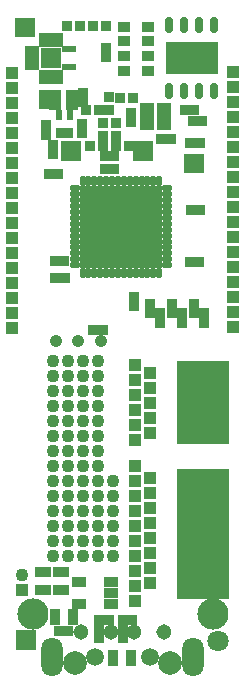
<source format=gts>
G04 (created by PCBNEW (2013-mar-13)-testing) date Fri 20 Dec 2013 02:45:34 PM CET*
%MOIN*%
G04 Gerber Fmt 3.4, Leading zero omitted, Abs format*
%FSLAX34Y34*%
G01*
G70*
G90*
G04 APERTURE LIST*
%ADD10C,0.003937*%
%ADD11R,0.033300X0.033700*%
%ADD12R,0.037000X0.057000*%
%ADD13R,0.033700X0.033300*%
%ADD14R,0.057000X0.037000*%
%ADD15R,0.031700X0.035600*%
%ADD16R,0.035600X0.031700*%
%ADD17C,0.078740*%
%ADD18R,0.043500X0.031700*%
%ADD19R,0.023800X0.031700*%
%ADD20R,0.049402X0.045465*%
%ADD21R,0.039559X0.067118*%
%ADD22R,0.271843X0.271843*%
%ADD23O,0.021449X0.035622*%
%ADD24O,0.035622X0.021449*%
%ADD25R,0.051370X0.033654*%
%ADD26C,0.104000*%
%ADD27R,0.071100X0.071100*%
%ADD28C,0.071100*%
%ADD29R,0.177354X0.039559*%
%ADD30O,0.029717X0.055307*%
%ADD31R,0.173417X0.106488*%
%ADD32R,0.071055X0.071055*%
%ADD33R,0.021449X0.047433*%
%ADD34R,0.047433X0.021449*%
%ADD35C,0.042000*%
%ADD36O,0.071055X0.130110*%
%ADD37C,0.059244*%
%ADD38C,0.051370*%
%ADD39R,0.043000X0.043000*%
%ADD40C,0.043000*%
G04 APERTURE END LIST*
G54D10*
G54D11*
X25521Y-18843D03*
X25521Y-18528D03*
X27633Y-21160D03*
X27633Y-20845D03*
X26314Y-21237D03*
X26314Y-20922D03*
X28161Y-38725D03*
X28161Y-39040D03*
X28947Y-38728D03*
X28947Y-39043D03*
G54D12*
X28640Y-39700D03*
X29240Y-39700D03*
G54D11*
X29225Y-21836D03*
X29225Y-21521D03*
G54D13*
X31486Y-23064D03*
X31171Y-23064D03*
X30238Y-22397D03*
X30553Y-22397D03*
G54D12*
X26687Y-38331D03*
X27287Y-38331D03*
G54D14*
X26887Y-37421D03*
X26887Y-36821D03*
G54D11*
X29319Y-27652D03*
X29319Y-27967D03*
G54D13*
X31185Y-26478D03*
X31500Y-26478D03*
G54D15*
X28666Y-23398D03*
X28666Y-22965D03*
G54D16*
X29163Y-22621D03*
X28730Y-22621D03*
X27739Y-21431D03*
X28172Y-21431D03*
X29283Y-21011D03*
X28850Y-21011D03*
G54D15*
X28356Y-22964D03*
X28356Y-23397D03*
G54D13*
X31212Y-24746D03*
X31527Y-24746D03*
G54D15*
X28286Y-21849D03*
X28286Y-22282D03*
G54D11*
X29807Y-22945D03*
X29807Y-22630D03*
G54D13*
X26792Y-23560D03*
X26477Y-23560D03*
G54D11*
X29466Y-22945D03*
X29466Y-22630D03*
X27401Y-22952D03*
X27401Y-22637D03*
X27047Y-22952D03*
X27047Y-22637D03*
G54D14*
X26295Y-37422D03*
X26295Y-36822D03*
G54D15*
X28725Y-22278D03*
X28725Y-21845D03*
X28506Y-21437D03*
X28506Y-21004D03*
G54D16*
X27850Y-22621D03*
X28283Y-22621D03*
G54D17*
X27350Y-39850D03*
X30540Y-39850D03*
G54D13*
X28480Y-38427D03*
X28165Y-38427D03*
X29266Y-38427D03*
X28951Y-38427D03*
G54D11*
X25865Y-18843D03*
X25865Y-18528D03*
G54D13*
X31171Y-23373D03*
X31486Y-23373D03*
G54D11*
X26615Y-22903D03*
X26615Y-22588D03*
G54D16*
X27542Y-18611D03*
X27109Y-18611D03*
X27959Y-18611D03*
X28392Y-18611D03*
G54D13*
X27138Y-38783D03*
X26823Y-38783D03*
G54D11*
X26380Y-21937D03*
X26380Y-22252D03*
X31645Y-28207D03*
X31645Y-28522D03*
X30910Y-28207D03*
X30910Y-28522D03*
X30180Y-28207D03*
X30180Y-28522D03*
G54D13*
X31594Y-21783D03*
X31279Y-21783D03*
X31342Y-21414D03*
X31027Y-21414D03*
G54D18*
X29794Y-18645D03*
X29794Y-19137D03*
X29794Y-20121D03*
X29794Y-19629D03*
X29006Y-19629D03*
X29006Y-20121D03*
X29006Y-19137D03*
X29006Y-18645D03*
G54D19*
X26815Y-21580D03*
X27209Y-21580D03*
X27209Y-22210D03*
X27012Y-22210D03*
X26815Y-22210D03*
G54D20*
X29756Y-21875D03*
X30327Y-21875D03*
X30327Y-21422D03*
X29756Y-21422D03*
G54D21*
X27269Y-21090D03*
X26678Y-21090D03*
G54D22*
X28890Y-25321D03*
G54D23*
X28791Y-26856D03*
X28595Y-26856D03*
X28398Y-26856D03*
X28201Y-26856D03*
X28004Y-26856D03*
X27807Y-26856D03*
X27610Y-26856D03*
X28988Y-26856D03*
X29185Y-26856D03*
X29382Y-26856D03*
X29579Y-26856D03*
X29776Y-26856D03*
X29972Y-26856D03*
X30169Y-26856D03*
X30169Y-23785D03*
X29972Y-23785D03*
X29776Y-23785D03*
X29579Y-23785D03*
X29382Y-23785D03*
X29185Y-23785D03*
X28988Y-23785D03*
X28791Y-23785D03*
X28595Y-23785D03*
X28398Y-23785D03*
X28201Y-23785D03*
X28004Y-23785D03*
X27807Y-23785D03*
X27610Y-23785D03*
G54D24*
X30425Y-26600D03*
X30425Y-26403D03*
X30425Y-26206D03*
X30425Y-26009D03*
X30425Y-25813D03*
X30425Y-25616D03*
X30425Y-25419D03*
X30425Y-25222D03*
X30425Y-25025D03*
X30425Y-24828D03*
X30425Y-24632D03*
X30425Y-24435D03*
X30425Y-24238D03*
X30425Y-24041D03*
X27354Y-24041D03*
X27354Y-24238D03*
X27354Y-24435D03*
X27354Y-24632D03*
X27354Y-24828D03*
X27354Y-25025D03*
X27354Y-25222D03*
X27354Y-25419D03*
X27354Y-25616D03*
X27354Y-25813D03*
X27354Y-26009D03*
X27354Y-26206D03*
X27354Y-26403D03*
X27354Y-26600D03*
G54D25*
X28571Y-37894D03*
X28571Y-37145D03*
X27508Y-37894D03*
X28571Y-37520D03*
X27508Y-37145D03*
G54D11*
X28404Y-19348D03*
X28404Y-19663D03*
G54D13*
X31198Y-22536D03*
X31513Y-22536D03*
X26998Y-26448D03*
X26683Y-26448D03*
X27023Y-27024D03*
X26708Y-27024D03*
G54D26*
X31947Y-38216D03*
X25947Y-38216D03*
G54D27*
X25734Y-39108D03*
G54D28*
X32140Y-39124D03*
G54D29*
X31640Y-30000D03*
X31640Y-30394D03*
X31640Y-30787D03*
X31640Y-31181D03*
X31640Y-31575D03*
X31640Y-31969D03*
X31640Y-32362D03*
X31640Y-37520D03*
X31640Y-37126D03*
X31640Y-36732D03*
X31640Y-36339D03*
X31640Y-35945D03*
X31640Y-35551D03*
X31640Y-35158D03*
X31640Y-34764D03*
X31640Y-34370D03*
X31640Y-33976D03*
X31640Y-33583D03*
X31640Y-33583D03*
X31640Y-33976D03*
X31640Y-34370D03*
X31640Y-34764D03*
X31640Y-35158D03*
X31640Y-35551D03*
X31640Y-35945D03*
X31640Y-36339D03*
X31640Y-36732D03*
X31640Y-37126D03*
X31640Y-37520D03*
X31640Y-32362D03*
X31640Y-31969D03*
X31640Y-31575D03*
X31640Y-31181D03*
X31640Y-30787D03*
X31640Y-30394D03*
X31640Y-30000D03*
G54D30*
X30500Y-18577D03*
X31000Y-18577D03*
X31500Y-18577D03*
X32000Y-18577D03*
G54D31*
X31250Y-19680D03*
G54D30*
X32000Y-20782D03*
X31500Y-20782D03*
X31000Y-20782D03*
X30500Y-20782D03*
G54D32*
X26550Y-19705D03*
G54D33*
X26254Y-20315D03*
X26451Y-20315D03*
X26648Y-20315D03*
X26845Y-20315D03*
X26845Y-19094D03*
X26648Y-19094D03*
X26451Y-19094D03*
X26254Y-19094D03*
G54D34*
X27160Y-20000D03*
X27160Y-19409D03*
X25939Y-19409D03*
X25939Y-19606D03*
X25939Y-19803D03*
X25939Y-20000D03*
G54D11*
X27600Y-22197D03*
X27600Y-21882D03*
G54D13*
X27972Y-28773D03*
X28287Y-28773D03*
G54D35*
X27475Y-29125D03*
X28225Y-29125D03*
X26725Y-29125D03*
G54D11*
X29860Y-27892D03*
X29860Y-28207D03*
X30590Y-27892D03*
X30590Y-28207D03*
X31325Y-27892D03*
X31325Y-28207D03*
G54D36*
X31309Y-39659D03*
X26584Y-39659D03*
G54D37*
X28041Y-39659D03*
X29852Y-39659D03*
G54D38*
X27569Y-38832D03*
X28553Y-38832D03*
X29340Y-38832D03*
X30324Y-38832D03*
G54D39*
X29350Y-33290D03*
X29350Y-37790D03*
X29350Y-37290D03*
X29350Y-36790D03*
X29350Y-36290D03*
X29350Y-35790D03*
X29350Y-35290D03*
X29350Y-34790D03*
X29350Y-34290D03*
X29350Y-33790D03*
X29850Y-37198D03*
X29850Y-36698D03*
X29850Y-36198D03*
X29850Y-35698D03*
X29850Y-35198D03*
X29850Y-34698D03*
X29850Y-34198D03*
X29850Y-33698D03*
G54D40*
X26642Y-34787D03*
X27142Y-34787D03*
X27642Y-34787D03*
X28142Y-34787D03*
X28642Y-34787D03*
X27642Y-35287D03*
X28142Y-35287D03*
X28642Y-35287D03*
X27142Y-35287D03*
X26642Y-35287D03*
X26642Y-34287D03*
X27142Y-34287D03*
X27642Y-34287D03*
X28142Y-34287D03*
X28642Y-34287D03*
X26642Y-33787D03*
X27142Y-33787D03*
X27642Y-33787D03*
X28142Y-33787D03*
X28642Y-33787D03*
X26642Y-35787D03*
X26642Y-36287D03*
X27142Y-36287D03*
X27142Y-35787D03*
X27642Y-35787D03*
X27642Y-36287D03*
X28142Y-35787D03*
X28142Y-36287D03*
X28642Y-35787D03*
X28642Y-36287D03*
X26642Y-33287D03*
X27142Y-33287D03*
X27642Y-33287D03*
X28142Y-33287D03*
X28142Y-32787D03*
X27642Y-32787D03*
X27142Y-32787D03*
X26642Y-32787D03*
X26642Y-32287D03*
X27142Y-32287D03*
X27642Y-32287D03*
X28142Y-32287D03*
X28142Y-31787D03*
X27642Y-31787D03*
X27142Y-31787D03*
X26642Y-31787D03*
X26642Y-31287D03*
X27142Y-31287D03*
X27642Y-31287D03*
X28142Y-31287D03*
X28142Y-30787D03*
X27642Y-30787D03*
X27142Y-30787D03*
X26642Y-30787D03*
X26642Y-30287D03*
X27142Y-30287D03*
X27642Y-30287D03*
X27642Y-29787D03*
X27142Y-29787D03*
X26642Y-29787D03*
X28142Y-29787D03*
X28142Y-30287D03*
X25578Y-36925D03*
G54D39*
X25578Y-37425D03*
X25270Y-24180D03*
X25270Y-23680D03*
X25270Y-23180D03*
X25270Y-22680D03*
X25270Y-22180D03*
X25270Y-21680D03*
X25270Y-21180D03*
X25270Y-20680D03*
X25270Y-20180D03*
X25270Y-28680D03*
X25270Y-28180D03*
X25270Y-27680D03*
X25270Y-27180D03*
X25270Y-26680D03*
X25270Y-26180D03*
X25270Y-25680D03*
X25270Y-25180D03*
X25270Y-24680D03*
X32631Y-24152D03*
X32631Y-23652D03*
X32631Y-23152D03*
X32631Y-22652D03*
X32631Y-22152D03*
X32631Y-21652D03*
X32631Y-21152D03*
X32631Y-20652D03*
X32631Y-20152D03*
X32631Y-28652D03*
X32631Y-28152D03*
X32631Y-27652D03*
X32631Y-27152D03*
X32631Y-26652D03*
X32631Y-26152D03*
X32631Y-25652D03*
X32631Y-25152D03*
X32631Y-24652D03*
X29350Y-29930D03*
X29350Y-30430D03*
X29350Y-30930D03*
X29350Y-31430D03*
X29350Y-31930D03*
X29350Y-32430D03*
X29850Y-30180D03*
X29850Y-30680D03*
X29850Y-31180D03*
X29850Y-31680D03*
X29850Y-32180D03*
M02*

</source>
